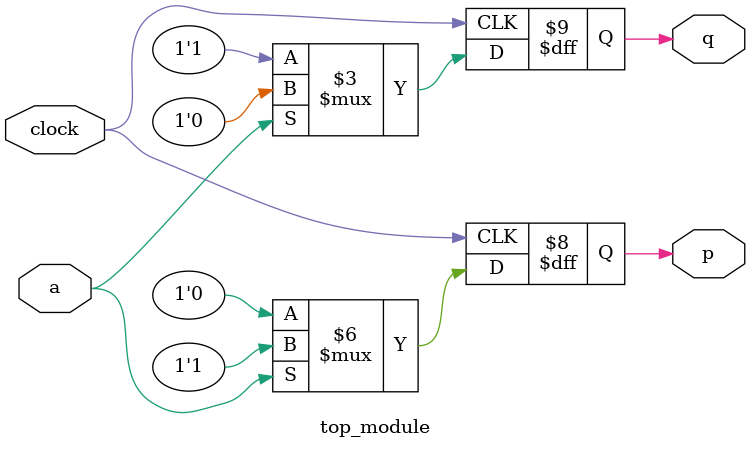
<source format=sv>
module top_module (
	input clock,
	input a, 
	output reg p,
	output reg q
);

	always @(posedge clock) begin
		if (a) begin
			p <= 1;
			q <= 0;
		end else begin
			p <= 0;
			q <= 1;
		end
	end

endmodule

</source>
